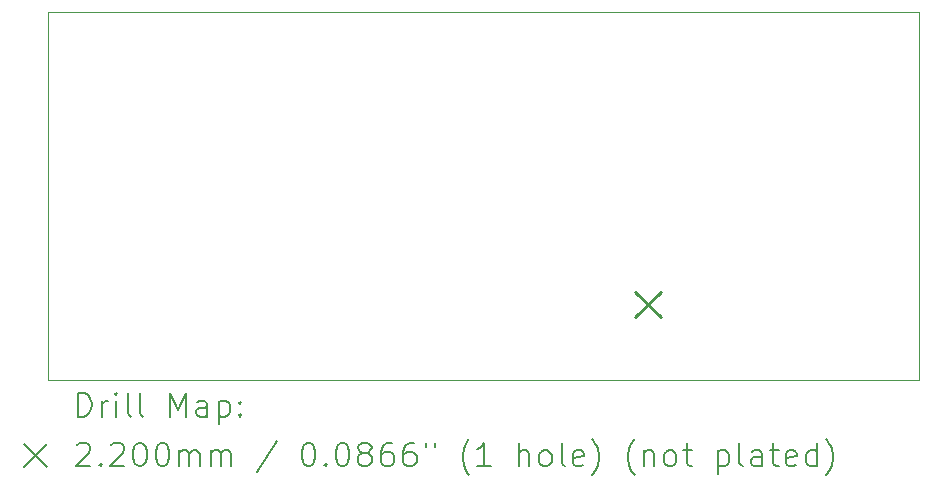
<source format=gbr>
%TF.GenerationSoftware,KiCad,Pcbnew,8.0.3+1*%
%TF.CreationDate,2024-07-17T12:21:29-06:00*%
%TF.ProjectId,CH375_Serial,43483337-355f-4536-9572-69616c2e6b69,rev?*%
%TF.SameCoordinates,Original*%
%TF.FileFunction,Drillmap*%
%TF.FilePolarity,Positive*%
%FSLAX45Y45*%
G04 Gerber Fmt 4.5, Leading zero omitted, Abs format (unit mm)*
G04 Created by KiCad (PCBNEW 8.0.3+1) date 2024-07-17 12:21:29*
%MOMM*%
%LPD*%
G01*
G04 APERTURE LIST*
%ADD10C,0.050000*%
%ADD11C,0.200000*%
%ADD12C,0.220000*%
G04 APERTURE END LIST*
D10*
X12065000Y-5778500D02*
X19443700Y-5778500D01*
X19443700Y-8890000D01*
X12065000Y-8890000D01*
X12065000Y-5778500D01*
D11*
D12*
X17035000Y-8145000D02*
X17255000Y-8365000D01*
X17255000Y-8145000D02*
X17035000Y-8365000D01*
D11*
X12323277Y-9203984D02*
X12323277Y-9003984D01*
X12323277Y-9003984D02*
X12370896Y-9003984D01*
X12370896Y-9003984D02*
X12399467Y-9013508D01*
X12399467Y-9013508D02*
X12418515Y-9032555D01*
X12418515Y-9032555D02*
X12428039Y-9051603D01*
X12428039Y-9051603D02*
X12437562Y-9089698D01*
X12437562Y-9089698D02*
X12437562Y-9118270D01*
X12437562Y-9118270D02*
X12428039Y-9156365D01*
X12428039Y-9156365D02*
X12418515Y-9175412D01*
X12418515Y-9175412D02*
X12399467Y-9194460D01*
X12399467Y-9194460D02*
X12370896Y-9203984D01*
X12370896Y-9203984D02*
X12323277Y-9203984D01*
X12523277Y-9203984D02*
X12523277Y-9070650D01*
X12523277Y-9108746D02*
X12532801Y-9089698D01*
X12532801Y-9089698D02*
X12542324Y-9080174D01*
X12542324Y-9080174D02*
X12561372Y-9070650D01*
X12561372Y-9070650D02*
X12580420Y-9070650D01*
X12647086Y-9203984D02*
X12647086Y-9070650D01*
X12647086Y-9003984D02*
X12637562Y-9013508D01*
X12637562Y-9013508D02*
X12647086Y-9023031D01*
X12647086Y-9023031D02*
X12656610Y-9013508D01*
X12656610Y-9013508D02*
X12647086Y-9003984D01*
X12647086Y-9003984D02*
X12647086Y-9023031D01*
X12770896Y-9203984D02*
X12751848Y-9194460D01*
X12751848Y-9194460D02*
X12742324Y-9175412D01*
X12742324Y-9175412D02*
X12742324Y-9003984D01*
X12875658Y-9203984D02*
X12856610Y-9194460D01*
X12856610Y-9194460D02*
X12847086Y-9175412D01*
X12847086Y-9175412D02*
X12847086Y-9003984D01*
X13104229Y-9203984D02*
X13104229Y-9003984D01*
X13104229Y-9003984D02*
X13170896Y-9146841D01*
X13170896Y-9146841D02*
X13237562Y-9003984D01*
X13237562Y-9003984D02*
X13237562Y-9203984D01*
X13418515Y-9203984D02*
X13418515Y-9099222D01*
X13418515Y-9099222D02*
X13408991Y-9080174D01*
X13408991Y-9080174D02*
X13389943Y-9070650D01*
X13389943Y-9070650D02*
X13351848Y-9070650D01*
X13351848Y-9070650D02*
X13332801Y-9080174D01*
X13418515Y-9194460D02*
X13399467Y-9203984D01*
X13399467Y-9203984D02*
X13351848Y-9203984D01*
X13351848Y-9203984D02*
X13332801Y-9194460D01*
X13332801Y-9194460D02*
X13323277Y-9175412D01*
X13323277Y-9175412D02*
X13323277Y-9156365D01*
X13323277Y-9156365D02*
X13332801Y-9137317D01*
X13332801Y-9137317D02*
X13351848Y-9127793D01*
X13351848Y-9127793D02*
X13399467Y-9127793D01*
X13399467Y-9127793D02*
X13418515Y-9118270D01*
X13513753Y-9070650D02*
X13513753Y-9270650D01*
X13513753Y-9080174D02*
X13532801Y-9070650D01*
X13532801Y-9070650D02*
X13570896Y-9070650D01*
X13570896Y-9070650D02*
X13589943Y-9080174D01*
X13589943Y-9080174D02*
X13599467Y-9089698D01*
X13599467Y-9089698D02*
X13608991Y-9108746D01*
X13608991Y-9108746D02*
X13608991Y-9165889D01*
X13608991Y-9165889D02*
X13599467Y-9184936D01*
X13599467Y-9184936D02*
X13589943Y-9194460D01*
X13589943Y-9194460D02*
X13570896Y-9203984D01*
X13570896Y-9203984D02*
X13532801Y-9203984D01*
X13532801Y-9203984D02*
X13513753Y-9194460D01*
X13694705Y-9184936D02*
X13704229Y-9194460D01*
X13704229Y-9194460D02*
X13694705Y-9203984D01*
X13694705Y-9203984D02*
X13685182Y-9194460D01*
X13685182Y-9194460D02*
X13694705Y-9184936D01*
X13694705Y-9184936D02*
X13694705Y-9203984D01*
X13694705Y-9080174D02*
X13704229Y-9089698D01*
X13704229Y-9089698D02*
X13694705Y-9099222D01*
X13694705Y-9099222D02*
X13685182Y-9089698D01*
X13685182Y-9089698D02*
X13694705Y-9080174D01*
X13694705Y-9080174D02*
X13694705Y-9099222D01*
X11862500Y-9432500D02*
X12062500Y-9632500D01*
X12062500Y-9432500D02*
X11862500Y-9632500D01*
X12313753Y-9443031D02*
X12323277Y-9433508D01*
X12323277Y-9433508D02*
X12342324Y-9423984D01*
X12342324Y-9423984D02*
X12389943Y-9423984D01*
X12389943Y-9423984D02*
X12408991Y-9433508D01*
X12408991Y-9433508D02*
X12418515Y-9443031D01*
X12418515Y-9443031D02*
X12428039Y-9462079D01*
X12428039Y-9462079D02*
X12428039Y-9481127D01*
X12428039Y-9481127D02*
X12418515Y-9509698D01*
X12418515Y-9509698D02*
X12304229Y-9623984D01*
X12304229Y-9623984D02*
X12428039Y-9623984D01*
X12513753Y-9604936D02*
X12523277Y-9614460D01*
X12523277Y-9614460D02*
X12513753Y-9623984D01*
X12513753Y-9623984D02*
X12504229Y-9614460D01*
X12504229Y-9614460D02*
X12513753Y-9604936D01*
X12513753Y-9604936D02*
X12513753Y-9623984D01*
X12599467Y-9443031D02*
X12608991Y-9433508D01*
X12608991Y-9433508D02*
X12628039Y-9423984D01*
X12628039Y-9423984D02*
X12675658Y-9423984D01*
X12675658Y-9423984D02*
X12694705Y-9433508D01*
X12694705Y-9433508D02*
X12704229Y-9443031D01*
X12704229Y-9443031D02*
X12713753Y-9462079D01*
X12713753Y-9462079D02*
X12713753Y-9481127D01*
X12713753Y-9481127D02*
X12704229Y-9509698D01*
X12704229Y-9509698D02*
X12589943Y-9623984D01*
X12589943Y-9623984D02*
X12713753Y-9623984D01*
X12837562Y-9423984D02*
X12856610Y-9423984D01*
X12856610Y-9423984D02*
X12875658Y-9433508D01*
X12875658Y-9433508D02*
X12885182Y-9443031D01*
X12885182Y-9443031D02*
X12894705Y-9462079D01*
X12894705Y-9462079D02*
X12904229Y-9500174D01*
X12904229Y-9500174D02*
X12904229Y-9547793D01*
X12904229Y-9547793D02*
X12894705Y-9585889D01*
X12894705Y-9585889D02*
X12885182Y-9604936D01*
X12885182Y-9604936D02*
X12875658Y-9614460D01*
X12875658Y-9614460D02*
X12856610Y-9623984D01*
X12856610Y-9623984D02*
X12837562Y-9623984D01*
X12837562Y-9623984D02*
X12818515Y-9614460D01*
X12818515Y-9614460D02*
X12808991Y-9604936D01*
X12808991Y-9604936D02*
X12799467Y-9585889D01*
X12799467Y-9585889D02*
X12789943Y-9547793D01*
X12789943Y-9547793D02*
X12789943Y-9500174D01*
X12789943Y-9500174D02*
X12799467Y-9462079D01*
X12799467Y-9462079D02*
X12808991Y-9443031D01*
X12808991Y-9443031D02*
X12818515Y-9433508D01*
X12818515Y-9433508D02*
X12837562Y-9423984D01*
X13028039Y-9423984D02*
X13047086Y-9423984D01*
X13047086Y-9423984D02*
X13066134Y-9433508D01*
X13066134Y-9433508D02*
X13075658Y-9443031D01*
X13075658Y-9443031D02*
X13085182Y-9462079D01*
X13085182Y-9462079D02*
X13094705Y-9500174D01*
X13094705Y-9500174D02*
X13094705Y-9547793D01*
X13094705Y-9547793D02*
X13085182Y-9585889D01*
X13085182Y-9585889D02*
X13075658Y-9604936D01*
X13075658Y-9604936D02*
X13066134Y-9614460D01*
X13066134Y-9614460D02*
X13047086Y-9623984D01*
X13047086Y-9623984D02*
X13028039Y-9623984D01*
X13028039Y-9623984D02*
X13008991Y-9614460D01*
X13008991Y-9614460D02*
X12999467Y-9604936D01*
X12999467Y-9604936D02*
X12989943Y-9585889D01*
X12989943Y-9585889D02*
X12980420Y-9547793D01*
X12980420Y-9547793D02*
X12980420Y-9500174D01*
X12980420Y-9500174D02*
X12989943Y-9462079D01*
X12989943Y-9462079D02*
X12999467Y-9443031D01*
X12999467Y-9443031D02*
X13008991Y-9433508D01*
X13008991Y-9433508D02*
X13028039Y-9423984D01*
X13180420Y-9623984D02*
X13180420Y-9490650D01*
X13180420Y-9509698D02*
X13189943Y-9500174D01*
X13189943Y-9500174D02*
X13208991Y-9490650D01*
X13208991Y-9490650D02*
X13237563Y-9490650D01*
X13237563Y-9490650D02*
X13256610Y-9500174D01*
X13256610Y-9500174D02*
X13266134Y-9519222D01*
X13266134Y-9519222D02*
X13266134Y-9623984D01*
X13266134Y-9519222D02*
X13275658Y-9500174D01*
X13275658Y-9500174D02*
X13294705Y-9490650D01*
X13294705Y-9490650D02*
X13323277Y-9490650D01*
X13323277Y-9490650D02*
X13342324Y-9500174D01*
X13342324Y-9500174D02*
X13351848Y-9519222D01*
X13351848Y-9519222D02*
X13351848Y-9623984D01*
X13447086Y-9623984D02*
X13447086Y-9490650D01*
X13447086Y-9509698D02*
X13456610Y-9500174D01*
X13456610Y-9500174D02*
X13475658Y-9490650D01*
X13475658Y-9490650D02*
X13504229Y-9490650D01*
X13504229Y-9490650D02*
X13523277Y-9500174D01*
X13523277Y-9500174D02*
X13532801Y-9519222D01*
X13532801Y-9519222D02*
X13532801Y-9623984D01*
X13532801Y-9519222D02*
X13542324Y-9500174D01*
X13542324Y-9500174D02*
X13561372Y-9490650D01*
X13561372Y-9490650D02*
X13589943Y-9490650D01*
X13589943Y-9490650D02*
X13608991Y-9500174D01*
X13608991Y-9500174D02*
X13618515Y-9519222D01*
X13618515Y-9519222D02*
X13618515Y-9623984D01*
X14008991Y-9414460D02*
X13837563Y-9671603D01*
X14266134Y-9423984D02*
X14285182Y-9423984D01*
X14285182Y-9423984D02*
X14304229Y-9433508D01*
X14304229Y-9433508D02*
X14313753Y-9443031D01*
X14313753Y-9443031D02*
X14323277Y-9462079D01*
X14323277Y-9462079D02*
X14332801Y-9500174D01*
X14332801Y-9500174D02*
X14332801Y-9547793D01*
X14332801Y-9547793D02*
X14323277Y-9585889D01*
X14323277Y-9585889D02*
X14313753Y-9604936D01*
X14313753Y-9604936D02*
X14304229Y-9614460D01*
X14304229Y-9614460D02*
X14285182Y-9623984D01*
X14285182Y-9623984D02*
X14266134Y-9623984D01*
X14266134Y-9623984D02*
X14247086Y-9614460D01*
X14247086Y-9614460D02*
X14237563Y-9604936D01*
X14237563Y-9604936D02*
X14228039Y-9585889D01*
X14228039Y-9585889D02*
X14218515Y-9547793D01*
X14218515Y-9547793D02*
X14218515Y-9500174D01*
X14218515Y-9500174D02*
X14228039Y-9462079D01*
X14228039Y-9462079D02*
X14237563Y-9443031D01*
X14237563Y-9443031D02*
X14247086Y-9433508D01*
X14247086Y-9433508D02*
X14266134Y-9423984D01*
X14418515Y-9604936D02*
X14428039Y-9614460D01*
X14428039Y-9614460D02*
X14418515Y-9623984D01*
X14418515Y-9623984D02*
X14408991Y-9614460D01*
X14408991Y-9614460D02*
X14418515Y-9604936D01*
X14418515Y-9604936D02*
X14418515Y-9623984D01*
X14551848Y-9423984D02*
X14570896Y-9423984D01*
X14570896Y-9423984D02*
X14589944Y-9433508D01*
X14589944Y-9433508D02*
X14599467Y-9443031D01*
X14599467Y-9443031D02*
X14608991Y-9462079D01*
X14608991Y-9462079D02*
X14618515Y-9500174D01*
X14618515Y-9500174D02*
X14618515Y-9547793D01*
X14618515Y-9547793D02*
X14608991Y-9585889D01*
X14608991Y-9585889D02*
X14599467Y-9604936D01*
X14599467Y-9604936D02*
X14589944Y-9614460D01*
X14589944Y-9614460D02*
X14570896Y-9623984D01*
X14570896Y-9623984D02*
X14551848Y-9623984D01*
X14551848Y-9623984D02*
X14532801Y-9614460D01*
X14532801Y-9614460D02*
X14523277Y-9604936D01*
X14523277Y-9604936D02*
X14513753Y-9585889D01*
X14513753Y-9585889D02*
X14504229Y-9547793D01*
X14504229Y-9547793D02*
X14504229Y-9500174D01*
X14504229Y-9500174D02*
X14513753Y-9462079D01*
X14513753Y-9462079D02*
X14523277Y-9443031D01*
X14523277Y-9443031D02*
X14532801Y-9433508D01*
X14532801Y-9433508D02*
X14551848Y-9423984D01*
X14732801Y-9509698D02*
X14713753Y-9500174D01*
X14713753Y-9500174D02*
X14704229Y-9490650D01*
X14704229Y-9490650D02*
X14694706Y-9471603D01*
X14694706Y-9471603D02*
X14694706Y-9462079D01*
X14694706Y-9462079D02*
X14704229Y-9443031D01*
X14704229Y-9443031D02*
X14713753Y-9433508D01*
X14713753Y-9433508D02*
X14732801Y-9423984D01*
X14732801Y-9423984D02*
X14770896Y-9423984D01*
X14770896Y-9423984D02*
X14789944Y-9433508D01*
X14789944Y-9433508D02*
X14799467Y-9443031D01*
X14799467Y-9443031D02*
X14808991Y-9462079D01*
X14808991Y-9462079D02*
X14808991Y-9471603D01*
X14808991Y-9471603D02*
X14799467Y-9490650D01*
X14799467Y-9490650D02*
X14789944Y-9500174D01*
X14789944Y-9500174D02*
X14770896Y-9509698D01*
X14770896Y-9509698D02*
X14732801Y-9509698D01*
X14732801Y-9509698D02*
X14713753Y-9519222D01*
X14713753Y-9519222D02*
X14704229Y-9528746D01*
X14704229Y-9528746D02*
X14694706Y-9547793D01*
X14694706Y-9547793D02*
X14694706Y-9585889D01*
X14694706Y-9585889D02*
X14704229Y-9604936D01*
X14704229Y-9604936D02*
X14713753Y-9614460D01*
X14713753Y-9614460D02*
X14732801Y-9623984D01*
X14732801Y-9623984D02*
X14770896Y-9623984D01*
X14770896Y-9623984D02*
X14789944Y-9614460D01*
X14789944Y-9614460D02*
X14799467Y-9604936D01*
X14799467Y-9604936D02*
X14808991Y-9585889D01*
X14808991Y-9585889D02*
X14808991Y-9547793D01*
X14808991Y-9547793D02*
X14799467Y-9528746D01*
X14799467Y-9528746D02*
X14789944Y-9519222D01*
X14789944Y-9519222D02*
X14770896Y-9509698D01*
X14980420Y-9423984D02*
X14942325Y-9423984D01*
X14942325Y-9423984D02*
X14923277Y-9433508D01*
X14923277Y-9433508D02*
X14913753Y-9443031D01*
X14913753Y-9443031D02*
X14894706Y-9471603D01*
X14894706Y-9471603D02*
X14885182Y-9509698D01*
X14885182Y-9509698D02*
X14885182Y-9585889D01*
X14885182Y-9585889D02*
X14894706Y-9604936D01*
X14894706Y-9604936D02*
X14904229Y-9614460D01*
X14904229Y-9614460D02*
X14923277Y-9623984D01*
X14923277Y-9623984D02*
X14961372Y-9623984D01*
X14961372Y-9623984D02*
X14980420Y-9614460D01*
X14980420Y-9614460D02*
X14989944Y-9604936D01*
X14989944Y-9604936D02*
X14999467Y-9585889D01*
X14999467Y-9585889D02*
X14999467Y-9538270D01*
X14999467Y-9538270D02*
X14989944Y-9519222D01*
X14989944Y-9519222D02*
X14980420Y-9509698D01*
X14980420Y-9509698D02*
X14961372Y-9500174D01*
X14961372Y-9500174D02*
X14923277Y-9500174D01*
X14923277Y-9500174D02*
X14904229Y-9509698D01*
X14904229Y-9509698D02*
X14894706Y-9519222D01*
X14894706Y-9519222D02*
X14885182Y-9538270D01*
X15170896Y-9423984D02*
X15132801Y-9423984D01*
X15132801Y-9423984D02*
X15113753Y-9433508D01*
X15113753Y-9433508D02*
X15104229Y-9443031D01*
X15104229Y-9443031D02*
X15085182Y-9471603D01*
X15085182Y-9471603D02*
X15075658Y-9509698D01*
X15075658Y-9509698D02*
X15075658Y-9585889D01*
X15075658Y-9585889D02*
X15085182Y-9604936D01*
X15085182Y-9604936D02*
X15094706Y-9614460D01*
X15094706Y-9614460D02*
X15113753Y-9623984D01*
X15113753Y-9623984D02*
X15151848Y-9623984D01*
X15151848Y-9623984D02*
X15170896Y-9614460D01*
X15170896Y-9614460D02*
X15180420Y-9604936D01*
X15180420Y-9604936D02*
X15189944Y-9585889D01*
X15189944Y-9585889D02*
X15189944Y-9538270D01*
X15189944Y-9538270D02*
X15180420Y-9519222D01*
X15180420Y-9519222D02*
X15170896Y-9509698D01*
X15170896Y-9509698D02*
X15151848Y-9500174D01*
X15151848Y-9500174D02*
X15113753Y-9500174D01*
X15113753Y-9500174D02*
X15094706Y-9509698D01*
X15094706Y-9509698D02*
X15085182Y-9519222D01*
X15085182Y-9519222D02*
X15075658Y-9538270D01*
X15266134Y-9423984D02*
X15266134Y-9462079D01*
X15342325Y-9423984D02*
X15342325Y-9462079D01*
X15637563Y-9700174D02*
X15628039Y-9690650D01*
X15628039Y-9690650D02*
X15608991Y-9662079D01*
X15608991Y-9662079D02*
X15599468Y-9643031D01*
X15599468Y-9643031D02*
X15589944Y-9614460D01*
X15589944Y-9614460D02*
X15580420Y-9566841D01*
X15580420Y-9566841D02*
X15580420Y-9528746D01*
X15580420Y-9528746D02*
X15589944Y-9481127D01*
X15589944Y-9481127D02*
X15599468Y-9452555D01*
X15599468Y-9452555D02*
X15608991Y-9433508D01*
X15608991Y-9433508D02*
X15628039Y-9404936D01*
X15628039Y-9404936D02*
X15637563Y-9395412D01*
X15818515Y-9623984D02*
X15704229Y-9623984D01*
X15761372Y-9623984D02*
X15761372Y-9423984D01*
X15761372Y-9423984D02*
X15742325Y-9452555D01*
X15742325Y-9452555D02*
X15723277Y-9471603D01*
X15723277Y-9471603D02*
X15704229Y-9481127D01*
X16056610Y-9623984D02*
X16056610Y-9423984D01*
X16142325Y-9623984D02*
X16142325Y-9519222D01*
X16142325Y-9519222D02*
X16132801Y-9500174D01*
X16132801Y-9500174D02*
X16113753Y-9490650D01*
X16113753Y-9490650D02*
X16085182Y-9490650D01*
X16085182Y-9490650D02*
X16066134Y-9500174D01*
X16066134Y-9500174D02*
X16056610Y-9509698D01*
X16266134Y-9623984D02*
X16247087Y-9614460D01*
X16247087Y-9614460D02*
X16237563Y-9604936D01*
X16237563Y-9604936D02*
X16228039Y-9585889D01*
X16228039Y-9585889D02*
X16228039Y-9528746D01*
X16228039Y-9528746D02*
X16237563Y-9509698D01*
X16237563Y-9509698D02*
X16247087Y-9500174D01*
X16247087Y-9500174D02*
X16266134Y-9490650D01*
X16266134Y-9490650D02*
X16294706Y-9490650D01*
X16294706Y-9490650D02*
X16313753Y-9500174D01*
X16313753Y-9500174D02*
X16323277Y-9509698D01*
X16323277Y-9509698D02*
X16332801Y-9528746D01*
X16332801Y-9528746D02*
X16332801Y-9585889D01*
X16332801Y-9585889D02*
X16323277Y-9604936D01*
X16323277Y-9604936D02*
X16313753Y-9614460D01*
X16313753Y-9614460D02*
X16294706Y-9623984D01*
X16294706Y-9623984D02*
X16266134Y-9623984D01*
X16447087Y-9623984D02*
X16428039Y-9614460D01*
X16428039Y-9614460D02*
X16418515Y-9595412D01*
X16418515Y-9595412D02*
X16418515Y-9423984D01*
X16599468Y-9614460D02*
X16580420Y-9623984D01*
X16580420Y-9623984D02*
X16542325Y-9623984D01*
X16542325Y-9623984D02*
X16523277Y-9614460D01*
X16523277Y-9614460D02*
X16513753Y-9595412D01*
X16513753Y-9595412D02*
X16513753Y-9519222D01*
X16513753Y-9519222D02*
X16523277Y-9500174D01*
X16523277Y-9500174D02*
X16542325Y-9490650D01*
X16542325Y-9490650D02*
X16580420Y-9490650D01*
X16580420Y-9490650D02*
X16599468Y-9500174D01*
X16599468Y-9500174D02*
X16608991Y-9519222D01*
X16608991Y-9519222D02*
X16608991Y-9538270D01*
X16608991Y-9538270D02*
X16513753Y-9557317D01*
X16675658Y-9700174D02*
X16685182Y-9690650D01*
X16685182Y-9690650D02*
X16704230Y-9662079D01*
X16704230Y-9662079D02*
X16713753Y-9643031D01*
X16713753Y-9643031D02*
X16723277Y-9614460D01*
X16723277Y-9614460D02*
X16732801Y-9566841D01*
X16732801Y-9566841D02*
X16732801Y-9528746D01*
X16732801Y-9528746D02*
X16723277Y-9481127D01*
X16723277Y-9481127D02*
X16713753Y-9452555D01*
X16713753Y-9452555D02*
X16704230Y-9433508D01*
X16704230Y-9433508D02*
X16685182Y-9404936D01*
X16685182Y-9404936D02*
X16675658Y-9395412D01*
X17037563Y-9700174D02*
X17028039Y-9690650D01*
X17028039Y-9690650D02*
X17008992Y-9662079D01*
X17008992Y-9662079D02*
X16999468Y-9643031D01*
X16999468Y-9643031D02*
X16989944Y-9614460D01*
X16989944Y-9614460D02*
X16980420Y-9566841D01*
X16980420Y-9566841D02*
X16980420Y-9528746D01*
X16980420Y-9528746D02*
X16989944Y-9481127D01*
X16989944Y-9481127D02*
X16999468Y-9452555D01*
X16999468Y-9452555D02*
X17008992Y-9433508D01*
X17008992Y-9433508D02*
X17028039Y-9404936D01*
X17028039Y-9404936D02*
X17037563Y-9395412D01*
X17113753Y-9490650D02*
X17113753Y-9623984D01*
X17113753Y-9509698D02*
X17123277Y-9500174D01*
X17123277Y-9500174D02*
X17142325Y-9490650D01*
X17142325Y-9490650D02*
X17170896Y-9490650D01*
X17170896Y-9490650D02*
X17189944Y-9500174D01*
X17189944Y-9500174D02*
X17199468Y-9519222D01*
X17199468Y-9519222D02*
X17199468Y-9623984D01*
X17323277Y-9623984D02*
X17304230Y-9614460D01*
X17304230Y-9614460D02*
X17294706Y-9604936D01*
X17294706Y-9604936D02*
X17285182Y-9585889D01*
X17285182Y-9585889D02*
X17285182Y-9528746D01*
X17285182Y-9528746D02*
X17294706Y-9509698D01*
X17294706Y-9509698D02*
X17304230Y-9500174D01*
X17304230Y-9500174D02*
X17323277Y-9490650D01*
X17323277Y-9490650D02*
X17351849Y-9490650D01*
X17351849Y-9490650D02*
X17370896Y-9500174D01*
X17370896Y-9500174D02*
X17380420Y-9509698D01*
X17380420Y-9509698D02*
X17389944Y-9528746D01*
X17389944Y-9528746D02*
X17389944Y-9585889D01*
X17389944Y-9585889D02*
X17380420Y-9604936D01*
X17380420Y-9604936D02*
X17370896Y-9614460D01*
X17370896Y-9614460D02*
X17351849Y-9623984D01*
X17351849Y-9623984D02*
X17323277Y-9623984D01*
X17447087Y-9490650D02*
X17523277Y-9490650D01*
X17475658Y-9423984D02*
X17475658Y-9595412D01*
X17475658Y-9595412D02*
X17485182Y-9614460D01*
X17485182Y-9614460D02*
X17504230Y-9623984D01*
X17504230Y-9623984D02*
X17523277Y-9623984D01*
X17742325Y-9490650D02*
X17742325Y-9690650D01*
X17742325Y-9500174D02*
X17761373Y-9490650D01*
X17761373Y-9490650D02*
X17799468Y-9490650D01*
X17799468Y-9490650D02*
X17818515Y-9500174D01*
X17818515Y-9500174D02*
X17828039Y-9509698D01*
X17828039Y-9509698D02*
X17837563Y-9528746D01*
X17837563Y-9528746D02*
X17837563Y-9585889D01*
X17837563Y-9585889D02*
X17828039Y-9604936D01*
X17828039Y-9604936D02*
X17818515Y-9614460D01*
X17818515Y-9614460D02*
X17799468Y-9623984D01*
X17799468Y-9623984D02*
X17761373Y-9623984D01*
X17761373Y-9623984D02*
X17742325Y-9614460D01*
X17951849Y-9623984D02*
X17932801Y-9614460D01*
X17932801Y-9614460D02*
X17923277Y-9595412D01*
X17923277Y-9595412D02*
X17923277Y-9423984D01*
X18113754Y-9623984D02*
X18113754Y-9519222D01*
X18113754Y-9519222D02*
X18104230Y-9500174D01*
X18104230Y-9500174D02*
X18085182Y-9490650D01*
X18085182Y-9490650D02*
X18047087Y-9490650D01*
X18047087Y-9490650D02*
X18028039Y-9500174D01*
X18113754Y-9614460D02*
X18094706Y-9623984D01*
X18094706Y-9623984D02*
X18047087Y-9623984D01*
X18047087Y-9623984D02*
X18028039Y-9614460D01*
X18028039Y-9614460D02*
X18018515Y-9595412D01*
X18018515Y-9595412D02*
X18018515Y-9576365D01*
X18018515Y-9576365D02*
X18028039Y-9557317D01*
X18028039Y-9557317D02*
X18047087Y-9547793D01*
X18047087Y-9547793D02*
X18094706Y-9547793D01*
X18094706Y-9547793D02*
X18113754Y-9538270D01*
X18180420Y-9490650D02*
X18256611Y-9490650D01*
X18208992Y-9423984D02*
X18208992Y-9595412D01*
X18208992Y-9595412D02*
X18218515Y-9614460D01*
X18218515Y-9614460D02*
X18237563Y-9623984D01*
X18237563Y-9623984D02*
X18256611Y-9623984D01*
X18399468Y-9614460D02*
X18380420Y-9623984D01*
X18380420Y-9623984D02*
X18342325Y-9623984D01*
X18342325Y-9623984D02*
X18323277Y-9614460D01*
X18323277Y-9614460D02*
X18313754Y-9595412D01*
X18313754Y-9595412D02*
X18313754Y-9519222D01*
X18313754Y-9519222D02*
X18323277Y-9500174D01*
X18323277Y-9500174D02*
X18342325Y-9490650D01*
X18342325Y-9490650D02*
X18380420Y-9490650D01*
X18380420Y-9490650D02*
X18399468Y-9500174D01*
X18399468Y-9500174D02*
X18408992Y-9519222D01*
X18408992Y-9519222D02*
X18408992Y-9538270D01*
X18408992Y-9538270D02*
X18313754Y-9557317D01*
X18580420Y-9623984D02*
X18580420Y-9423984D01*
X18580420Y-9614460D02*
X18561373Y-9623984D01*
X18561373Y-9623984D02*
X18523277Y-9623984D01*
X18523277Y-9623984D02*
X18504230Y-9614460D01*
X18504230Y-9614460D02*
X18494706Y-9604936D01*
X18494706Y-9604936D02*
X18485182Y-9585889D01*
X18485182Y-9585889D02*
X18485182Y-9528746D01*
X18485182Y-9528746D02*
X18494706Y-9509698D01*
X18494706Y-9509698D02*
X18504230Y-9500174D01*
X18504230Y-9500174D02*
X18523277Y-9490650D01*
X18523277Y-9490650D02*
X18561373Y-9490650D01*
X18561373Y-9490650D02*
X18580420Y-9500174D01*
X18656611Y-9700174D02*
X18666135Y-9690650D01*
X18666135Y-9690650D02*
X18685182Y-9662079D01*
X18685182Y-9662079D02*
X18694706Y-9643031D01*
X18694706Y-9643031D02*
X18704230Y-9614460D01*
X18704230Y-9614460D02*
X18713754Y-9566841D01*
X18713754Y-9566841D02*
X18713754Y-9528746D01*
X18713754Y-9528746D02*
X18704230Y-9481127D01*
X18704230Y-9481127D02*
X18694706Y-9452555D01*
X18694706Y-9452555D02*
X18685182Y-9433508D01*
X18685182Y-9433508D02*
X18666135Y-9404936D01*
X18666135Y-9404936D02*
X18656611Y-9395412D01*
M02*

</source>
